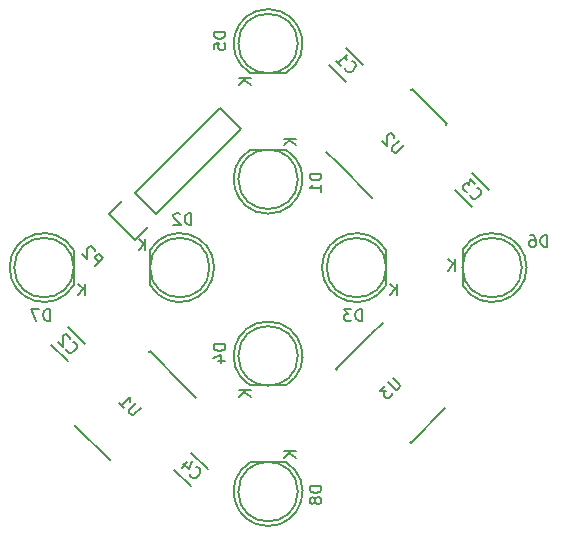
<source format=gbo>
G04 #@! TF.FileFunction,Legend,Bot*
%FSLAX46Y46*%
G04 Gerber Fmt 4.6, Leading zero omitted, Abs format (unit mm)*
G04 Created by KiCad (PCBNEW 4.0.5) date 01/04/17 16:28:53*
%MOMM*%
%LPD*%
G01*
G04 APERTURE LIST*
%ADD10C,0.100000*%
%ADD11C,0.150000*%
G04 APERTURE END LIST*
D10*
D11*
X220617678Y-94418109D02*
X222031891Y-95832322D01*
X220582322Y-97281891D02*
X219168109Y-95867678D01*
X197067678Y-118068109D02*
X198481891Y-119482322D01*
X197032322Y-120931891D02*
X195618109Y-119517678D01*
X201653984Y-107353984D02*
X200557969Y-108450000D01*
X200557969Y-108450000D02*
X202750000Y-110642031D01*
X202750000Y-110642031D02*
X203846016Y-109546016D01*
X204546051Y-108450000D02*
X211730256Y-101265795D01*
X211730256Y-101265795D02*
X209934205Y-99469744D01*
X209934205Y-99469744D02*
X202750000Y-106653949D01*
X204546051Y-108450000D02*
X202750000Y-106653949D01*
X206913872Y-123020621D02*
X206896194Y-123038299D01*
X203979379Y-120086128D02*
X203898061Y-120167446D01*
X197686128Y-126379379D02*
X197767446Y-126298061D01*
X200620621Y-129313872D02*
X200701939Y-129232554D01*
X206913872Y-123020621D02*
X203979379Y-120086128D01*
X200620621Y-129313872D02*
X197686128Y-126379379D01*
X206896194Y-123038299D02*
X207868466Y-124010571D01*
X222720621Y-118636128D02*
X222738299Y-118653806D01*
X219786128Y-121570621D02*
X219867446Y-121651939D01*
X226079379Y-127863872D02*
X225998061Y-127782554D01*
X229013872Y-124929379D02*
X228932554Y-124848061D01*
X222720621Y-118636128D02*
X219786128Y-121570621D01*
X229013872Y-124929379D02*
X226079379Y-127863872D01*
X222738299Y-118653806D02*
X223710571Y-117681534D01*
X207482322Y-131531891D02*
X206068109Y-130117678D01*
X207517678Y-128668109D02*
X208931891Y-130082322D01*
X231232322Y-107881891D02*
X229818109Y-106467678D01*
X231267678Y-105018109D02*
X232681891Y-106432322D01*
X215524904Y-103035112D02*
G75*
G02X212500000Y-103020000I-1524904J-2484888D01*
G01*
X215500000Y-103020000D02*
X212500000Y-103020000D01*
X216517936Y-105520000D02*
G75*
G03X216517936Y-105520000I-2517936J0D01*
G01*
X204035112Y-111475096D02*
G75*
G02X204020000Y-114500000I2484888J-1524904D01*
G01*
X204020000Y-111500000D02*
X204020000Y-114500000D01*
X209037936Y-113000000D02*
G75*
G03X209037936Y-113000000I-2517936J0D01*
G01*
X223964888Y-114524904D02*
G75*
G02X223980000Y-111500000I-2484888J1524904D01*
G01*
X223980000Y-114500000D02*
X223980000Y-111500000D01*
X223997936Y-113000000D02*
G75*
G03X223997936Y-113000000I-2517936J0D01*
G01*
X212475096Y-122964888D02*
G75*
G02X215500000Y-122980000I1524904J2484888D01*
G01*
X212500000Y-122980000D02*
X215500000Y-122980000D01*
X216517936Y-120480000D02*
G75*
G03X216517936Y-120480000I-2517936J0D01*
G01*
X212475096Y-96514888D02*
G75*
G02X215500000Y-96530000I1524904J2484888D01*
G01*
X212500000Y-96530000D02*
X215500000Y-96530000D01*
X216517936Y-94030000D02*
G75*
G03X216517936Y-94030000I-2517936J0D01*
G01*
X230485112Y-111475096D02*
G75*
G02X230470000Y-114500000I2484888J-1524904D01*
G01*
X230470000Y-111500000D02*
X230470000Y-114500000D01*
X235487936Y-113000000D02*
G75*
G03X235487936Y-113000000I-2517936J0D01*
G01*
X197514888Y-114524904D02*
G75*
G02X197530000Y-111500000I-2484888J1524904D01*
G01*
X197530000Y-114500000D02*
X197530000Y-111500000D01*
X197547936Y-113000000D02*
G75*
G03X197547936Y-113000000I-2517936J0D01*
G01*
X215524904Y-129485112D02*
G75*
G02X212500000Y-129470000I-1524904J-2484888D01*
G01*
X215500000Y-129470000D02*
X212500000Y-129470000D01*
X216517936Y-131970000D02*
G75*
G03X216517936Y-131970000I-2517936J0D01*
G01*
X219886128Y-104179379D02*
X219903806Y-104161701D01*
X222820621Y-107113872D02*
X222901939Y-107032554D01*
X229113872Y-100820621D02*
X229032554Y-100901939D01*
X226179379Y-97886128D02*
X226098061Y-97967446D01*
X219886128Y-104179379D02*
X222820621Y-107113872D01*
X226179379Y-97886128D02*
X229113872Y-100820621D01*
X219903806Y-104161701D02*
X218931534Y-103189429D01*
X220500667Y-96114323D02*
X220500667Y-96181666D01*
X220568011Y-96316353D01*
X220635354Y-96383697D01*
X220770042Y-96451041D01*
X220904729Y-96451041D01*
X221005744Y-96417369D01*
X221174102Y-96316354D01*
X221275118Y-96215338D01*
X221376133Y-96046979D01*
X221409805Y-95945964D01*
X221409805Y-95811277D01*
X221342461Y-95676590D01*
X221275118Y-95609246D01*
X221140431Y-95541903D01*
X221073087Y-95541903D01*
X219759889Y-95508231D02*
X220163950Y-95912293D01*
X219961920Y-95710262D02*
X220669027Y-95003156D01*
X220635355Y-95171514D01*
X220635355Y-95306201D01*
X220669027Y-95407216D01*
X196915312Y-119870389D02*
X196915312Y-119937732D01*
X196982656Y-120072419D01*
X197049999Y-120139763D01*
X197184687Y-120207107D01*
X197319374Y-120207107D01*
X197420389Y-120173435D01*
X197588747Y-120072420D01*
X197689763Y-119971404D01*
X197790778Y-119803045D01*
X197824450Y-119702030D01*
X197824450Y-119567343D01*
X197757106Y-119432656D01*
X197689763Y-119365312D01*
X197555076Y-119297969D01*
X197487732Y-119297969D01*
X197218359Y-119028595D02*
X197218359Y-118961252D01*
X197184687Y-118860237D01*
X197016328Y-118691877D01*
X196915312Y-118658206D01*
X196847969Y-118658206D01*
X196746954Y-118691877D01*
X196679610Y-118759221D01*
X196612267Y-118893908D01*
X196612267Y-119702030D01*
X196174534Y-119264297D01*
X199345785Y-112898039D02*
X200052892Y-112190932D01*
X199783518Y-111921557D01*
X199682502Y-111887886D01*
X199615159Y-111887886D01*
X199514144Y-111921557D01*
X199413129Y-112022573D01*
X199379457Y-112123588D01*
X199379457Y-112190931D01*
X199413129Y-112291946D01*
X199682503Y-112561321D01*
X199312114Y-111584840D02*
X199312114Y-111517497D01*
X199278442Y-111416482D01*
X199110083Y-111248122D01*
X199009067Y-111214451D01*
X198941724Y-111214451D01*
X198840709Y-111248122D01*
X198773365Y-111315466D01*
X198706022Y-111450153D01*
X198706022Y-112258275D01*
X198268289Y-111820542D01*
X203225973Y-124851523D02*
X202653553Y-125423943D01*
X202552538Y-125457615D01*
X202485195Y-125457615D01*
X202384180Y-125423943D01*
X202249492Y-125289255D01*
X202215820Y-125188240D01*
X202215820Y-125120897D01*
X202249492Y-125019882D01*
X202821912Y-124447462D01*
X201407698Y-124447462D02*
X201811760Y-124851523D01*
X201609729Y-124649493D02*
X202316836Y-123942386D01*
X202283164Y-124110745D01*
X202283164Y-124245431D01*
X202316836Y-124346447D01*
X224551523Y-122324027D02*
X225123943Y-122896447D01*
X225157615Y-122997462D01*
X225157615Y-123064805D01*
X225123943Y-123165820D01*
X224989255Y-123300508D01*
X224888240Y-123334180D01*
X224820897Y-123334180D01*
X224719882Y-123300508D01*
X224147462Y-122728088D01*
X223878088Y-122997462D02*
X223440355Y-123435195D01*
X223945431Y-123468866D01*
X223844416Y-123569882D01*
X223810744Y-123670897D01*
X223810744Y-123738240D01*
X223844416Y-123839256D01*
X224012775Y-124007615D01*
X224113790Y-124041286D01*
X224181133Y-124041286D01*
X224282149Y-124007615D01*
X224484180Y-123805584D01*
X224517851Y-123704569D01*
X224517851Y-123637225D01*
X207365312Y-130470389D02*
X207365312Y-130537732D01*
X207432656Y-130672419D01*
X207499999Y-130739763D01*
X207634687Y-130807107D01*
X207769374Y-130807107D01*
X207870389Y-130773435D01*
X208038747Y-130672420D01*
X208139763Y-130571404D01*
X208240778Y-130403045D01*
X208274450Y-130302030D01*
X208274450Y-130167343D01*
X208207106Y-130032656D01*
X208139763Y-129965312D01*
X208005076Y-129897969D01*
X207937732Y-129897969D01*
X207163282Y-129460236D02*
X206691877Y-129931641D01*
X207601015Y-129359222D02*
X207264297Y-130032657D01*
X206826564Y-129594924D01*
X231115312Y-106820389D02*
X231115312Y-106887732D01*
X231182656Y-107022419D01*
X231249999Y-107089763D01*
X231384687Y-107157107D01*
X231519374Y-107157107D01*
X231620389Y-107123435D01*
X231788747Y-107022420D01*
X231889763Y-106921404D01*
X231990778Y-106753045D01*
X232024450Y-106652030D01*
X232024450Y-106517343D01*
X231957106Y-106382656D01*
X231889763Y-106315312D01*
X231755076Y-106247969D01*
X231687732Y-106247969D01*
X231519374Y-105944924D02*
X231081641Y-105507190D01*
X231047970Y-106012267D01*
X230946954Y-105911251D01*
X230845939Y-105877579D01*
X230778595Y-105877579D01*
X230677579Y-105911252D01*
X230509221Y-106079610D01*
X230475549Y-106180626D01*
X230475549Y-106247969D01*
X230509221Y-106348984D01*
X230711252Y-106551015D01*
X230812267Y-106584687D01*
X230879610Y-106584687D01*
X218516381Y-105035905D02*
X217516381Y-105035905D01*
X217516381Y-105274000D01*
X217564000Y-105416858D01*
X217659238Y-105512096D01*
X217754476Y-105559715D01*
X217944952Y-105607334D01*
X218087810Y-105607334D01*
X218278286Y-105559715D01*
X218373524Y-105512096D01*
X218468762Y-105416858D01*
X218516381Y-105274000D01*
X218516381Y-105035905D01*
X218516381Y-106559715D02*
X218516381Y-105988286D01*
X218516381Y-106274000D02*
X217516381Y-106274000D01*
X217659238Y-106178762D01*
X217754476Y-106083524D01*
X217802095Y-105988286D01*
X216357381Y-102083095D02*
X215357381Y-102083095D01*
X216357381Y-102654524D02*
X215785952Y-102225952D01*
X215357381Y-102654524D02*
X215928810Y-102083095D01*
X207512095Y-109388381D02*
X207512095Y-108388381D01*
X207274000Y-108388381D01*
X207131142Y-108436000D01*
X207035904Y-108531238D01*
X206988285Y-108626476D01*
X206940666Y-108816952D01*
X206940666Y-108959810D01*
X206988285Y-109150286D01*
X207035904Y-109245524D01*
X207131142Y-109340762D01*
X207274000Y-109388381D01*
X207512095Y-109388381D01*
X206559714Y-108483619D02*
X206512095Y-108436000D01*
X206416857Y-108388381D01*
X206178761Y-108388381D01*
X206083523Y-108436000D01*
X206035904Y-108483619D01*
X205988285Y-108578857D01*
X205988285Y-108674095D01*
X206035904Y-108816952D01*
X206607333Y-109388381D01*
X205988285Y-109388381D01*
X203606905Y-111547381D02*
X203606905Y-110547381D01*
X203035476Y-111547381D02*
X203464048Y-110975952D01*
X203035476Y-110547381D02*
X203606905Y-111118810D01*
X221964095Y-117516381D02*
X221964095Y-116516381D01*
X221726000Y-116516381D01*
X221583142Y-116564000D01*
X221487904Y-116659238D01*
X221440285Y-116754476D01*
X221392666Y-116944952D01*
X221392666Y-117087810D01*
X221440285Y-117278286D01*
X221487904Y-117373524D01*
X221583142Y-117468762D01*
X221726000Y-117516381D01*
X221964095Y-117516381D01*
X221059333Y-116516381D02*
X220440285Y-116516381D01*
X220773619Y-116897333D01*
X220630761Y-116897333D01*
X220535523Y-116944952D01*
X220487904Y-116992571D01*
X220440285Y-117087810D01*
X220440285Y-117325905D01*
X220487904Y-117421143D01*
X220535523Y-117468762D01*
X220630761Y-117516381D01*
X220916476Y-117516381D01*
X221011714Y-117468762D01*
X221059333Y-117421143D01*
X224916905Y-115357381D02*
X224916905Y-114357381D01*
X224345476Y-115357381D02*
X224774048Y-114785952D01*
X224345476Y-114357381D02*
X224916905Y-114928810D01*
X210388381Y-119487905D02*
X209388381Y-119487905D01*
X209388381Y-119726000D01*
X209436000Y-119868858D01*
X209531238Y-119964096D01*
X209626476Y-120011715D01*
X209816952Y-120059334D01*
X209959810Y-120059334D01*
X210150286Y-120011715D01*
X210245524Y-119964096D01*
X210340762Y-119868858D01*
X210388381Y-119726000D01*
X210388381Y-119487905D01*
X209721714Y-120916477D02*
X210388381Y-120916477D01*
X209340762Y-120678381D02*
X210055048Y-120440286D01*
X210055048Y-121059334D01*
X212547381Y-123393095D02*
X211547381Y-123393095D01*
X212547381Y-123964524D02*
X211975952Y-123535952D01*
X211547381Y-123964524D02*
X212118810Y-123393095D01*
X210388381Y-93037905D02*
X209388381Y-93037905D01*
X209388381Y-93276000D01*
X209436000Y-93418858D01*
X209531238Y-93514096D01*
X209626476Y-93561715D01*
X209816952Y-93609334D01*
X209959810Y-93609334D01*
X210150286Y-93561715D01*
X210245524Y-93514096D01*
X210340762Y-93418858D01*
X210388381Y-93276000D01*
X210388381Y-93037905D01*
X209388381Y-94514096D02*
X209388381Y-94037905D01*
X209864571Y-93990286D01*
X209816952Y-94037905D01*
X209769333Y-94133143D01*
X209769333Y-94371239D01*
X209816952Y-94466477D01*
X209864571Y-94514096D01*
X209959810Y-94561715D01*
X210197905Y-94561715D01*
X210293143Y-94514096D01*
X210340762Y-94466477D01*
X210388381Y-94371239D01*
X210388381Y-94133143D01*
X210340762Y-94037905D01*
X210293143Y-93990286D01*
X212547381Y-96943095D02*
X211547381Y-96943095D01*
X212547381Y-97514524D02*
X211975952Y-97085952D01*
X211547381Y-97514524D02*
X212118810Y-96943095D01*
X237638095Y-111252381D02*
X237638095Y-110252381D01*
X237400000Y-110252381D01*
X237257142Y-110300000D01*
X237161904Y-110395238D01*
X237114285Y-110490476D01*
X237066666Y-110680952D01*
X237066666Y-110823810D01*
X237114285Y-111014286D01*
X237161904Y-111109524D01*
X237257142Y-111204762D01*
X237400000Y-111252381D01*
X237638095Y-111252381D01*
X236209523Y-110252381D02*
X236400000Y-110252381D01*
X236495238Y-110300000D01*
X236542857Y-110347619D01*
X236638095Y-110490476D01*
X236685714Y-110680952D01*
X236685714Y-111061905D01*
X236638095Y-111157143D01*
X236590476Y-111204762D01*
X236495238Y-111252381D01*
X236304761Y-111252381D01*
X236209523Y-111204762D01*
X236161904Y-111157143D01*
X236114285Y-111061905D01*
X236114285Y-110823810D01*
X236161904Y-110728571D01*
X236209523Y-110680952D01*
X236304761Y-110633333D01*
X236495238Y-110633333D01*
X236590476Y-110680952D01*
X236638095Y-110728571D01*
X236685714Y-110823810D01*
X229811905Y-113252381D02*
X229811905Y-112252381D01*
X229240476Y-113252381D02*
X229669048Y-112680952D01*
X229240476Y-112252381D02*
X229811905Y-112823810D01*
X195514095Y-117516381D02*
X195514095Y-116516381D01*
X195276000Y-116516381D01*
X195133142Y-116564000D01*
X195037904Y-116659238D01*
X194990285Y-116754476D01*
X194942666Y-116944952D01*
X194942666Y-117087810D01*
X194990285Y-117278286D01*
X195037904Y-117373524D01*
X195133142Y-117468762D01*
X195276000Y-117516381D01*
X195514095Y-117516381D01*
X194609333Y-116516381D02*
X193942666Y-116516381D01*
X194371238Y-117516381D01*
X198466905Y-115357381D02*
X198466905Y-114357381D01*
X197895476Y-115357381D02*
X198324048Y-114785952D01*
X197895476Y-114357381D02*
X198466905Y-114928810D01*
X218516381Y-131485905D02*
X217516381Y-131485905D01*
X217516381Y-131724000D01*
X217564000Y-131866858D01*
X217659238Y-131962096D01*
X217754476Y-132009715D01*
X217944952Y-132057334D01*
X218087810Y-132057334D01*
X218278286Y-132009715D01*
X218373524Y-131962096D01*
X218468762Y-131866858D01*
X218516381Y-131724000D01*
X218516381Y-131485905D01*
X217944952Y-132628762D02*
X217897333Y-132533524D01*
X217849714Y-132485905D01*
X217754476Y-132438286D01*
X217706857Y-132438286D01*
X217611619Y-132485905D01*
X217564000Y-132533524D01*
X217516381Y-132628762D01*
X217516381Y-132819239D01*
X217564000Y-132914477D01*
X217611619Y-132962096D01*
X217706857Y-133009715D01*
X217754476Y-133009715D01*
X217849714Y-132962096D01*
X217897333Y-132914477D01*
X217944952Y-132819239D01*
X217944952Y-132628762D01*
X217992571Y-132533524D01*
X218040190Y-132485905D01*
X218135429Y-132438286D01*
X218325905Y-132438286D01*
X218421143Y-132485905D01*
X218468762Y-132533524D01*
X218516381Y-132628762D01*
X218516381Y-132819239D01*
X218468762Y-132914477D01*
X218421143Y-132962096D01*
X218325905Y-133009715D01*
X218135429Y-133009715D01*
X218040190Y-132962096D01*
X217992571Y-132914477D01*
X217944952Y-132819239D01*
X216357381Y-128533095D02*
X215357381Y-128533095D01*
X216357381Y-129104524D02*
X215785952Y-128675952D01*
X215357381Y-129104524D02*
X215928810Y-128533095D01*
X225475973Y-102651523D02*
X224903553Y-103223943D01*
X224802538Y-103257615D01*
X224735195Y-103257615D01*
X224634180Y-103223943D01*
X224499492Y-103089255D01*
X224465820Y-102988240D01*
X224465820Y-102920897D01*
X224499492Y-102819882D01*
X225071912Y-102247462D01*
X224701523Y-102011760D02*
X224701523Y-101944416D01*
X224667851Y-101843401D01*
X224499492Y-101675042D01*
X224398477Y-101641370D01*
X224331133Y-101641370D01*
X224230118Y-101675042D01*
X224162775Y-101742385D01*
X224095431Y-101877072D01*
X224095431Y-102685195D01*
X223657698Y-102247462D01*
M02*

</source>
